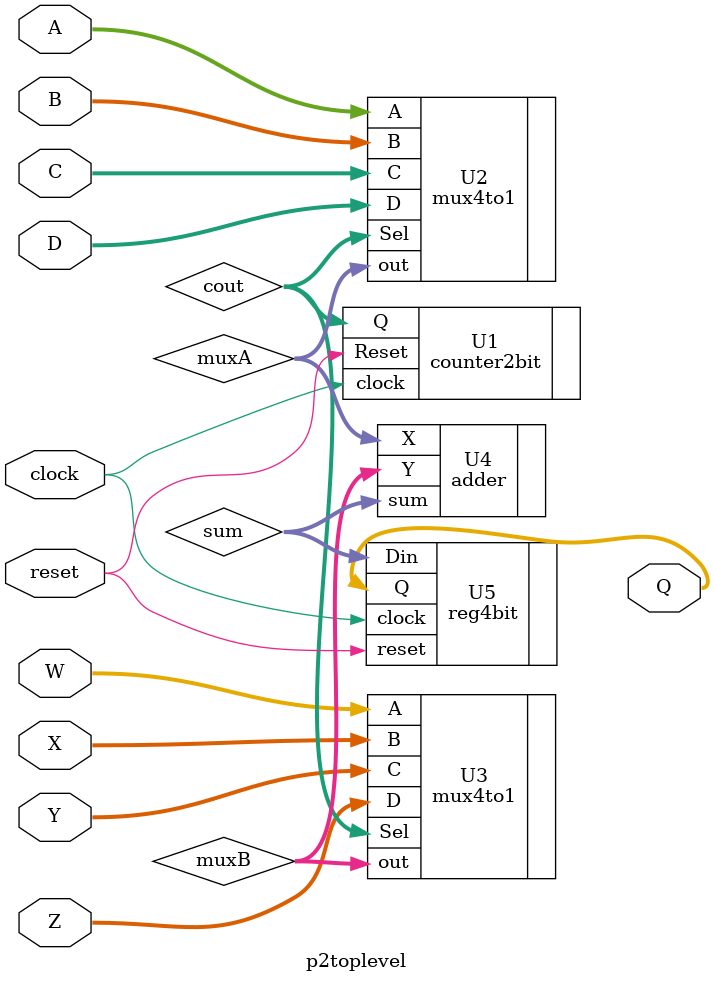
<source format=v>
module p2toplevel(clock, reset, A, B, C, D, W, X, Y, Z, Q);

//Port modes
input [3:0] A, B, C, D, W, X, Y, Z;
input clock, reset;   
output [3:0] Q;

//Registered identifiers
wire [3:0] Q;
wire [1:0] cout;
wire [3:0] muxA, muxB, sum;

//Instantiate lower level modules

counter2bit U1(
.clock(clock), .Reset(reset), .Q(cout)
);

mux4to1 U2(
.A(A),.B(B),.C(C),.D(D),.Sel(cout),.out(muxA)
);

mux4to1 U3(
.A(W),.B(X),.C(Y),.D(Z),.Sel(cout),.out(muxB)
);

adder U4(
.X(muxA),.Y(muxB),.sum(sum)
);

reg4bit U5(
.Din(sum), .Q(Q), .clock(clock), .reset(reset)
);

endmodule
</source>
